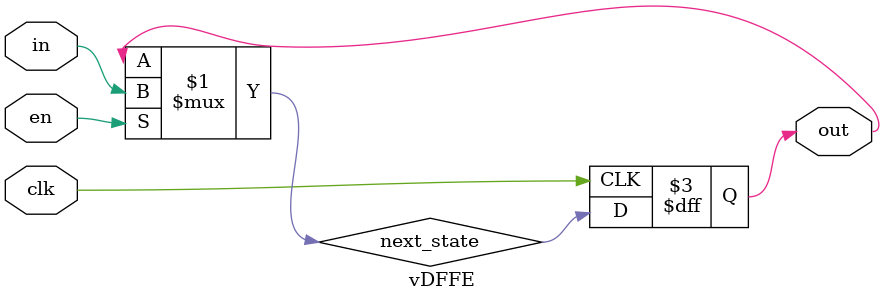
<source format=sv>

module datapath(clk, readnum, vsel, loada, loadb, shift, asel, bsel, ALUop, loadc, loads,
 	writenum, write, datapath_in, Z_out, datapath_out);

	input write, vsel, loada, loadb, asel, bsel, loadc, loads, clk;
	input [2:0] readnum, writenum;
	input [1:0] shift, ALUop;
	input [15:0] datapath_in;
	output Z_out;
	output [15:0] datapath_out;

	wire [15:0] data_in;
	wire [15:0] data_out;

	wire [15:0] regA;
	wire [15:0] in;
	wire [15:0] sout;
	wire [15:0] Ain;
	wire [15:0] Bin;
	wire Z;
	wire [15:0] out;
	

	assign data_in = vsel ? datapath_in : datapath_out;

	regfile REGFILE(data_in,writenum,write,readnum,clk,data_out);

	vDFFE #(16) A(clk,loada,data_out,regA);

	vDFFE #(16) B(clk,loadb,data_out,in);

	shifter U1(in,shift,sout);

	assign Ain = asel ? 16'b0000000000000000 : regA;

	assign Bin = bsel ? {11'b0,datapath_in[4:0]} : sout;

	ALU U2(Ain,Bin,ALUop,out,Z);

	vDFFE #(16) C(clk,loadc,out,datapath_out);
	vDFFE status(clk,loads,Z,Z_out);


	

	

endmodule


module vDFFE(clk, en, in, out);
	
	parameter n = 1;
	input clk, en;
	input [n-1:0] in;
	output reg [n-1:0] out;
	wire [n-1:0] next_state;

	assign next_state = en ? in : out;

	always @(posedge clk)
		out = next_state;

endmodule

</source>
